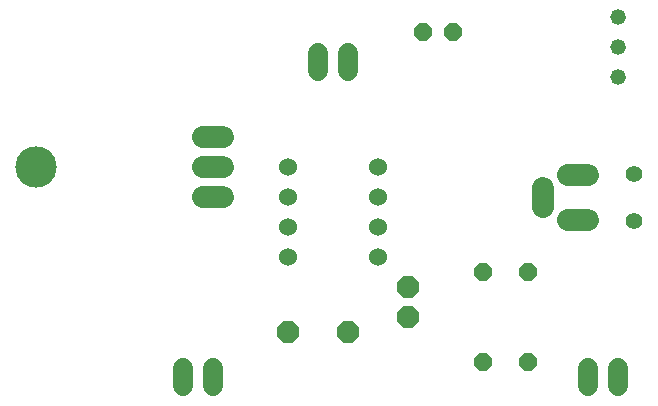
<source format=gbr>
G04 EAGLE Gerber RS-274X export*
G75*
%MOMM*%
%FSLAX34Y34*%
%LPD*%
%INSoldermask Top*%
%IPPOS*%
%AMOC8*
5,1,8,0,0,1.08239X$1,22.5*%
G01*
%ADD10C,1.879600*%
%ADD11C,3.505200*%
%ADD12P,1.951982X8X112.500000*%
%ADD13P,1.951982X8X202.500000*%
%ADD14C,1.524000*%
%ADD15C,1.711200*%
%ADD16P,1.649562X8X22.500000*%
%ADD17P,1.649562X8X112.500000*%
%ADD18P,1.649562X8X292.500000*%
%ADD19C,1.320800*%
%ADD20C,1.853200*%
%ADD21C,1.403200*%


D10*
X84582Y228600D02*
X67818Y228600D01*
X67818Y254000D02*
X84582Y254000D01*
X84582Y279400D02*
X67818Y279400D01*
D11*
X-73660Y254000D03*
D12*
X241300Y127000D03*
X241300Y152400D03*
D13*
X190500Y114300D03*
X139700Y114300D03*
D14*
X139700Y254000D03*
X139700Y228600D03*
X215900Y228600D03*
X215900Y254000D03*
X139700Y203200D03*
X139700Y177800D03*
X215900Y203200D03*
X215900Y177800D03*
D15*
X50800Y83740D02*
X50800Y68660D01*
X76200Y68660D02*
X76200Y83740D01*
D16*
X254000Y368300D03*
X279400Y368300D03*
D15*
X393700Y83740D02*
X393700Y68660D01*
X419100Y68660D02*
X419100Y83740D01*
D17*
X304800Y88900D03*
X304800Y165100D03*
D18*
X342900Y165100D03*
X342900Y88900D03*
D19*
X419100Y330200D03*
X419100Y355600D03*
X419100Y381000D03*
D20*
X354900Y236850D02*
X354900Y220350D01*
X376650Y209600D02*
X393150Y209600D01*
X393150Y247600D02*
X376650Y247600D01*
D21*
X432400Y248600D03*
X432400Y208600D03*
D15*
X165100Y335360D02*
X165100Y350440D01*
X190500Y350440D02*
X190500Y335360D01*
M02*

</source>
